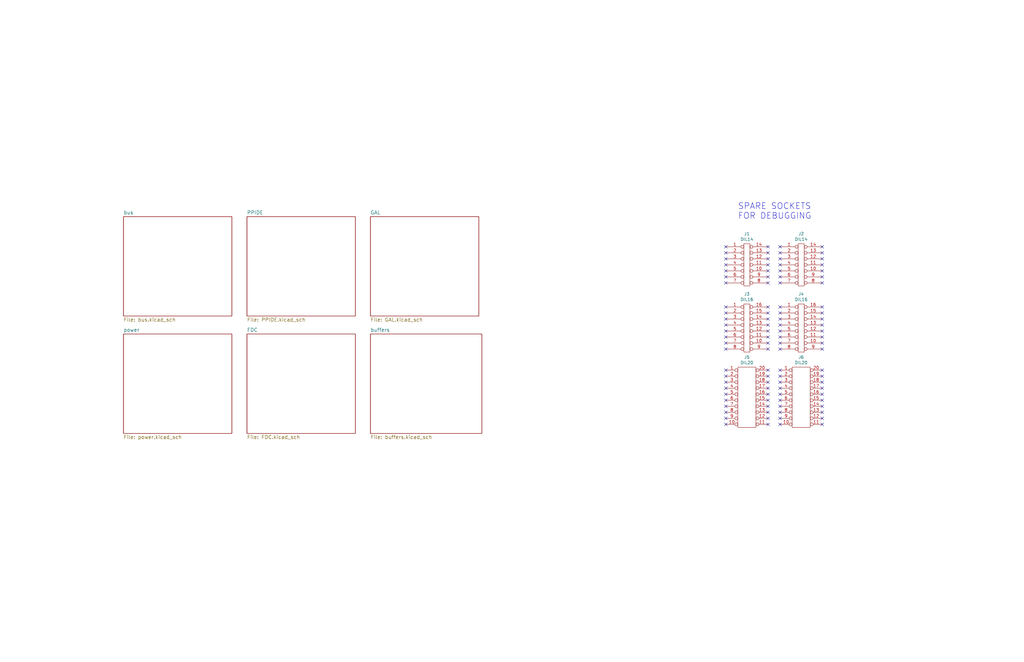
<source format=kicad_sch>
(kicad_sch (version 20211123) (generator eeschema)
  (paper "B")
  (lib_symbols
    (symbol "input-output.Disk-rescue:DIL14-conn" (pin_names (offset 1.016) hide)
      (property "Reference" "J" (at 0 10.16 0))
      (property "Value" "DIL14-conn" (at 0 0 90))
      (symbol "DIL14-conn_0_1"
        (rectangle (start -1.27 8.89) (end 1.27 -8.89))
      )
      (symbol "DIL14-conn_1_1"
        (pin passive inverted (at -8.89 7.62 0) (length 7.62) (name "1") (number "1"))
        (pin passive inverted (at 8.89 -2.54 180) (length 7.62) (name "10") (number "10"))
        (pin passive inverted (at 8.89 0 180) (length 7.62) (name "11") (number "11"))
        (pin passive inverted (at 8.89 2.54 180) (length 7.62) (name "12") (number "12"))
        (pin passive inverted (at 8.89 5.08 180) (length 7.62) (name "13") (number "13"))
        (pin passive inverted (at 8.89 7.62 180) (length 7.62) (name "14") (number "14"))
        (pin passive inverted (at -8.89 5.08 0) (length 7.62) (name "2") (number "2"))
        (pin passive inverted (at -8.89 2.54 0) (length 7.62) (name "3") (number "3"))
        (pin passive inverted (at -8.89 0 0) (length 7.62) (name "4") (number "4"))
        (pin passive inverted (at -8.89 -2.54 0) (length 7.62) (name "5") (number "5"))
        (pin passive inverted (at -8.89 -5.08 0) (length 7.62) (name "6") (number "6"))
        (pin passive inverted (at -8.89 -7.62 0) (length 7.62) (name "7") (number "7"))
        (pin passive inverted (at 8.89 -7.62 180) (length 7.62) (name "8") (number "8"))
        (pin passive inverted (at 8.89 -5.08 180) (length 7.62) (name "9") (number "9"))
      )
    )
    (symbol "input-output.Disk-rescue:DIL16-conn" (pin_names (offset 1.016) hide)
      (property "Reference" "J" (at 0 11.43 0))
      (property "Value" "DIL16-conn" (at 0 0 90))
      (symbol "DIL16-conn_0_1"
        (rectangle (start -1.27 10.16) (end 1.27 -10.16))
      )
      (symbol "DIL16-conn_1_1"
        (pin passive inverted (at -8.89 8.89 0) (length 7.62) (name "1") (number "1"))
        (pin passive inverted (at 8.89 -6.35 180) (length 7.62) (name "10") (number "10"))
        (pin passive inverted (at 8.89 -3.81 180) (length 7.62) (name "11") (number "11"))
        (pin passive inverted (at 8.89 -1.27 180) (length 7.62) (name "12") (number "12"))
        (pin passive inverted (at 8.89 1.27 180) (length 7.62) (name "13") (number "13"))
        (pin passive inverted (at 8.89 3.81 180) (length 7.62) (name "14") (number "14"))
        (pin passive inverted (at 8.89 6.35 180) (length 7.62) (name "15") (number "15"))
        (pin passive inverted (at 8.89 8.89 180) (length 7.62) (name "16") (number "16"))
        (pin passive inverted (at -8.89 6.35 0) (length 7.62) (name "2") (number "2"))
        (pin passive inverted (at -8.89 3.81 0) (length 7.62) (name "3") (number "3"))
        (pin passive inverted (at -8.89 1.27 0) (length 7.62) (name "4") (number "4"))
        (pin passive inverted (at -8.89 -1.27 0) (length 7.62) (name "5") (number "5"))
        (pin passive inverted (at -8.89 -3.81 0) (length 7.62) (name "6") (number "6"))
        (pin passive inverted (at -8.89 -6.35 0) (length 7.62) (name "7") (number "7"))
        (pin passive inverted (at -8.89 -8.89 0) (length 7.62) (name "8") (number "8"))
        (pin passive inverted (at 8.89 -8.89 180) (length 7.62) (name "9") (number "9"))
      )
    )
    (symbol "input-output.Disk-rescue:DIL20-conn" (pin_names (offset 1.016) hide)
      (property "Reference" "J" (at 0 13.97 0))
      (property "Value" "DIL20-conn" (at 0 0 90))
      (symbol "DIL20-conn_0_1"
        (rectangle (start -3.81 12.7) (end 3.81 -12.7))
      )
      (symbol "DIL20-conn_1_1"
        (pin passive inverted (at -8.89 11.43 0) (length 5.08) (name "P1") (number "1"))
        (pin passive inverted (at -8.89 -11.43 0) (length 5.08) (name "P10") (number "10"))
        (pin passive inverted (at 8.89 -11.43 180) (length 5.08) (name "P11") (number "11"))
        (pin passive inverted (at 8.89 -8.89 180) (length 5.08) (name "P12") (number "12"))
        (pin passive inverted (at 8.89 -6.35 180) (length 5.08) (name "P13") (number "13"))
        (pin passive inverted (at 8.89 -3.81 180) (length 5.08) (name "P14") (number "14"))
        (pin passive inverted (at 8.89 -1.27 180) (length 5.08) (name "P15") (number "15"))
        (pin passive inverted (at 8.89 1.27 180) (length 5.08) (name "P16") (number "16"))
        (pin passive inverted (at 8.89 3.81 180) (length 5.08) (name "P17") (number "17"))
        (pin passive inverted (at 8.89 6.35 180) (length 5.08) (name "P18") (number "18"))
        (pin passive inverted (at 8.89 8.89 180) (length 5.08) (name "P19") (number "19"))
        (pin passive inverted (at -8.89 8.89 0) (length 5.08) (name "P2") (number "2"))
        (pin passive inverted (at 8.89 11.43 180) (length 5.08) (name "P20") (number "20"))
        (pin passive inverted (at -8.89 6.35 0) (length 5.08) (name "P3") (number "3"))
        (pin passive inverted (at -8.89 3.81 0) (length 5.08) (name "P4") (number "4"))
        (pin passive inverted (at -8.89 1.27 0) (length 5.08) (name "P5") (number "5"))
        (pin passive inverted (at -8.89 -1.27 0) (length 5.08) (name "P6") (number "6"))
        (pin passive inverted (at -8.89 -3.81 0) (length 5.08) (name "P7") (number "7"))
        (pin passive inverted (at -8.89 -6.35 0) (length 5.08) (name "P8") (number "8"))
        (pin passive inverted (at -8.89 -8.89 0) (length 5.08) (name "P9") (number "9"))
      )
    )
  )
  (no_connect (at 346.71 142.24))
  (no_connect (at 346.71 119.38))
  (no_connect (at 328.93 139.7))
  (no_connect (at 346.71 114.3))
  (no_connect (at 306.07 147.32))
  (no_connect (at 346.71 168.91))
  (no_connect (at 346.71 111.76))
  (no_connect (at 346.71 116.84))
  (no_connect (at 346.71 132.08))
  (no_connect (at 306.07 139.7))
  (no_connect (at 328.93 166.37))
  (no_connect (at 306.07 176.53))
  (no_connect (at 306.07 144.78))
  (no_connect (at 346.71 129.54))
  (no_connect (at 346.71 147.32))
  (no_connect (at 346.71 139.7))
  (no_connect (at 328.93 176.53))
  (no_connect (at 346.71 109.22))
  (no_connect (at 306.07 142.24))
  (no_connect (at 346.71 179.07))
  (no_connect (at 328.93 129.54))
  (no_connect (at 306.07 161.29))
  (no_connect (at 323.85 158.75))
  (no_connect (at 346.71 134.62))
  (no_connect (at 306.07 163.83))
  (no_connect (at 323.85 147.32))
  (no_connect (at 306.07 129.54))
  (no_connect (at 328.93 156.21))
  (no_connect (at 328.93 161.29))
  (no_connect (at 346.71 156.21))
  (no_connect (at 306.07 132.08))
  (no_connect (at 323.85 134.62))
  (no_connect (at 328.93 109.22))
  (no_connect (at 306.07 158.75))
  (no_connect (at 306.07 119.38))
  (no_connect (at 346.71 173.99))
  (no_connect (at 328.93 134.62))
  (no_connect (at 323.85 111.76))
  (no_connect (at 306.07 109.22))
  (no_connect (at 346.71 166.37))
  (no_connect (at 323.85 179.07))
  (no_connect (at 346.71 161.29))
  (no_connect (at 328.93 142.24))
  (no_connect (at 323.85 129.54))
  (no_connect (at 306.07 168.91))
  (no_connect (at 346.71 144.78))
  (no_connect (at 323.85 114.3))
  (no_connect (at 346.71 158.75))
  (no_connect (at 323.85 116.84))
  (no_connect (at 323.85 139.7))
  (no_connect (at 328.93 137.16))
  (no_connect (at 323.85 176.53))
  (no_connect (at 328.93 147.32))
  (no_connect (at 346.71 163.83))
  (no_connect (at 323.85 106.68))
  (no_connect (at 323.85 173.99))
  (no_connect (at 328.93 171.45))
  (no_connect (at 346.71 106.68))
  (no_connect (at 306.07 173.99))
  (no_connect (at 306.07 111.76))
  (no_connect (at 323.85 104.14))
  (no_connect (at 306.07 171.45))
  (no_connect (at 306.07 104.14))
  (no_connect (at 328.93 173.99))
  (no_connect (at 328.93 132.08))
  (no_connect (at 328.93 168.91))
  (no_connect (at 346.71 171.45))
  (no_connect (at 306.07 106.68))
  (no_connect (at 323.85 161.29))
  (no_connect (at 328.93 163.83))
  (no_connect (at 323.85 142.24))
  (no_connect (at 323.85 109.22))
  (no_connect (at 328.93 119.38))
  (no_connect (at 328.93 111.76))
  (no_connect (at 323.85 166.37))
  (no_connect (at 323.85 144.78))
  (no_connect (at 306.07 134.62))
  (no_connect (at 328.93 114.3))
  (no_connect (at 306.07 116.84))
  (no_connect (at 346.71 137.16))
  (no_connect (at 328.93 104.14))
  (no_connect (at 323.85 137.16))
  (no_connect (at 323.85 119.38))
  (no_connect (at 328.93 116.84))
  (no_connect (at 323.85 132.08))
  (no_connect (at 328.93 106.68))
  (no_connect (at 323.85 171.45))
  (no_connect (at 306.07 114.3))
  (no_connect (at 328.93 179.07))
  (no_connect (at 306.07 166.37))
  (no_connect (at 328.93 158.75))
  (no_connect (at 323.85 163.83))
  (no_connect (at 306.07 156.21))
  (no_connect (at 346.71 104.14))
  (no_connect (at 306.07 137.16))
  (no_connect (at 323.85 168.91))
  (no_connect (at 328.93 144.78))
  (no_connect (at 306.07 179.07))
  (no_connect (at 346.71 176.53))
  (no_connect (at 323.85 156.21))
  (text "SPARE SOCKETS\nFOR DEBUGGING" (at 311.15 92.71 0) (effects (font (size 2.54 2.54)) (justify left bottom)))
  (symbol (lib_id "input-output.Disk-rescue:DIL14-conn") (at 314.96 111.76 0) (unit 1)
    (property "Reference" "J1" (at 314.96 98.679 0))
    (property "Value" "DIL14" (at 314.96 100.9904 0))
    (property "Footprint" "Package_DIP:DIP-14_W7.62mm" (effects hide))
  )
  (symbol (lib_id "input-output.Disk-rescue:DIL16-conn") (at 314.96 138.43 0) (unit 1)
    (property "Reference" "J3" (at 314.96 124.079 0))
    (property "Value" "DIL16" (at 314.96 126.3904 0))
    (property "Footprint" "Package_DIP:DIP-16_W7.62mm" (effects hide))
  )
  (symbol (lib_id "input-output.Disk-rescue:DIL20-conn") (at 314.96 167.64 0) (unit 1)
    (property "Reference" "J5" (at 314.96 150.749 0))
    (property "Value" "DIL20" (at 314.96 153.0604 0))
    (property "Footprint" "Package_DIP:DIP-20_W7.62mm" (effects hide))
  )
  (symbol (lib_id "input-output.Disk-rescue:DIL14-conn") (at 337.82 111.76 0) (unit 1)
    (property "Reference" "J2" (at 337.82 98.679 0))
    (property "Value" "DIL14" (at 337.82 100.9904 0))
    (property "Footprint" "Package_DIP:DIP-14_W7.62mm" (effects hide))
  )
  (symbol (lib_id "input-output.Disk-rescue:DIL16-conn") (at 337.82 138.43 0) (unit 1)
    (property "Reference" "J4" (at 337.82 124.079 0))
    (property "Value" "DIL16" (at 337.82 126.3904 0))
    (property "Footprint" "Package_DIP:DIP-16_W7.62mm" (effects hide))
  )
  (symbol (lib_id "input-output.Disk-rescue:DIL20-conn") (at 337.82 167.64 0) (unit 1)
    (property "Reference" "J6" (at 337.82 150.749 0))
    (property "Value" "DIL20" (at 337.82 153.0604 0))
    (property "Footprint" "Package_DIP:DIP-20_W7.62mm" (effects hide))
  )
  (sheet (at 156.21 91.44) (size 45.72 41.91)
    (property "Sheet name" "GAL" (at 156.21 90.6014 0) (effects (font (size 1.524 1.524)) (justify left bottom)))
    (property "Sheet file" "GAL.kicad_sch" (at 156.21 134.0362 0) (effects (font (size 1.524 1.524)) (justify left top)))
  )
  (sheet (at 156.21 140.97) (size 46.99 41.91)
    (property "Sheet name" "buffers" (at 156.21 140.1314 0) (effects (font (size 1.524 1.524)) (justify left bottom)))
    (property "Sheet file" "buffers.kicad_sch" (at 156.21 183.5662 0) (effects (font (size 1.524 1.524)) (justify left top)))
  )
  (sheet (at 52.07 91.44) (size 45.72 41.91)
    (property "Sheet name" "bus" (at 52.07 90.6014 0) (effects (font (size 1.524 1.524)) (justify left bottom)))
    (property "Sheet file" "bus.kicad_sch" (at 52.07 134.0362 0) (effects (font (size 1.524 1.524)) (justify left top)))
  )
  (sheet (at 52.07 140.97) (size 45.72 41.91)
    (property "Sheet name" "power" (at 52.07 140.1314 0) (effects (font (size 1.524 1.524)) (justify left bottom)))
    (property "Sheet file" "power.kicad_sch" (at 52.07 183.5662 0) (effects (font (size 1.524 1.524)) (justify left top)))
  )
  (sheet (at 104.14 91.44) (size 45.72 41.91)
    (property "Sheet name" "PPIDE" (at 104.14 90.6014 0) (effects (font (size 1.524 1.524)) (justify left bottom)))
    (property "Sheet file" "PPIDE.kicad_sch" (at 104.14 134.0362 0) (effects (font (size 1.524 1.524)) (justify left top)))
  )
  (sheet (at 104.14 140.97) (size 45.72 41.91)
    (property "Sheet name" "FDC" (at 104.14 140.1314 0) (effects (font (size 1.524 1.524)) (justify left bottom)))
    (property "Sheet file" "FDC.kicad_sch" (at 104.14 183.5662 0) (effects (font (size 1.524 1.524)) (justify left top)))
  )
)
</source>
